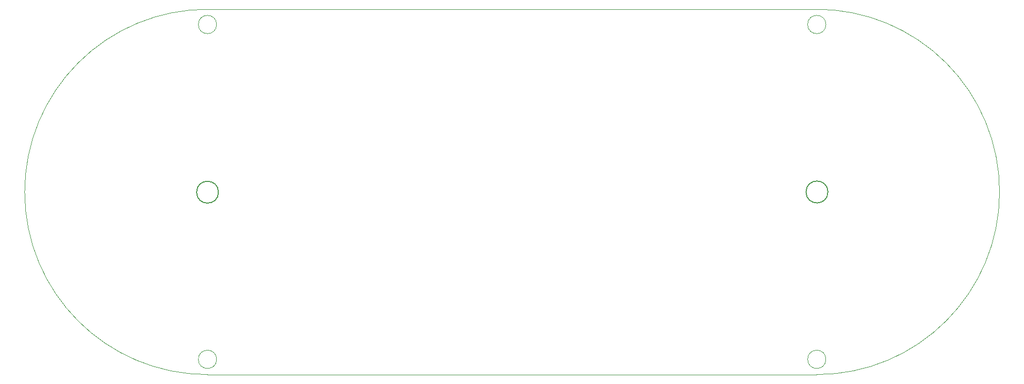
<source format=gbr>
%TF.GenerationSoftware,KiCad,Pcbnew,(5.1.5)-2*%
%TF.CreationDate,2019-12-16T21:25:58-05:00*%
%TF.ProjectId,Game_Cat,47616d65-5f43-4617-942e-6b696361645f,2.8*%
%TF.SameCoordinates,Original*%
%TF.FileFunction,Profile,NP*%
%FSLAX46Y46*%
G04 Gerber Fmt 4.6, Leading zero omitted, Abs format (unit mm)*
G04 Created by KiCad (PCBNEW (5.1.5)-2) date 2019-12-16 21:25:58*
%MOMM*%
%LPD*%
G04 APERTURE LIST*
%TA.AperFunction,Profile*%
%ADD10C,0.200000*%
%TD*%
%TA.AperFunction,Profile*%
%ADD11C,0.100000*%
%TD*%
G04 APERTURE END LIST*
D10*
X93032851Y-99092749D02*
G75*
G03X93032851Y-99092749I-1796051J0D01*
G01*
X193058051Y-99060000D02*
G75*
G03X193058051Y-99060000I-1796051J0D01*
G01*
D11*
X192730000Y-126550000D02*
G75*
G03X192730000Y-126550000I-1500000J0D01*
G01*
X192730000Y-71550000D02*
G75*
G03X192730000Y-71550000I-1500000J0D01*
G01*
X92730000Y-126550000D02*
G75*
G03X92730000Y-126550000I-1500000J0D01*
G01*
X92730000Y-71550000D02*
G75*
G03X92730000Y-71550000I-1500000J0D01*
G01*
X191230000Y-129050000D02*
X91230000Y-129050000D01*
X91230000Y-69050000D02*
X191230000Y-69050000D01*
X221230000Y-99050000D02*
G75*
G03X191230000Y-69050000I-30000000J0D01*
G01*
X191230000Y-129050000D02*
G75*
G03X221230000Y-99050000I0J30000000D01*
G01*
X61230000Y-99050000D02*
G75*
G03X91230000Y-129050000I30000000J0D01*
G01*
X91230000Y-69050000D02*
G75*
G03X61230000Y-99050000I0J-30000000D01*
G01*
M02*

</source>
